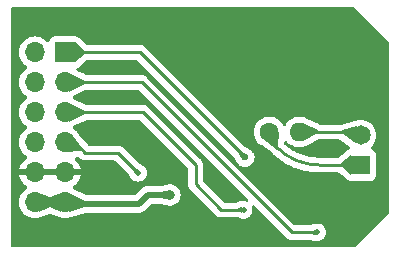
<source format=gbr>
%TF.GenerationSoftware,KiCad,Pcbnew,7.0.9*%
%TF.CreationDate,2024-01-17T02:10:24+09:00*%
%TF.ProjectId,Pmod_CAN,506d6f64-5f43-4414-9e2e-6b696361645f,rev?*%
%TF.SameCoordinates,Original*%
%TF.FileFunction,Copper,L2,Bot*%
%TF.FilePolarity,Positive*%
%FSLAX46Y46*%
G04 Gerber Fmt 4.6, Leading zero omitted, Abs format (unit mm)*
G04 Created by KiCad (PCBNEW 7.0.9) date 2024-01-17 02:10:24*
%MOMM*%
%LPD*%
G01*
G04 APERTURE LIST*
%TA.AperFunction,ComponentPad*%
%ADD10R,1.700000X1.700000*%
%TD*%
%TA.AperFunction,ComponentPad*%
%ADD11O,1.700000X1.700000*%
%TD*%
%TA.AperFunction,ComponentPad*%
%ADD12C,1.600000*%
%TD*%
%TA.AperFunction,ComponentPad*%
%ADD13O,1.600000X1.600000*%
%TD*%
%TA.AperFunction,ComponentPad*%
%ADD14R,1.650000X1.650000*%
%TD*%
%TA.AperFunction,ComponentPad*%
%ADD15C,1.650000*%
%TD*%
%TA.AperFunction,ViaPad*%
%ADD16C,0.500000*%
%TD*%
%TA.AperFunction,ViaPad*%
%ADD17C,0.800000*%
%TD*%
%TA.AperFunction,ViaPad*%
%ADD18C,0.600000*%
%TD*%
%TA.AperFunction,Conductor*%
%ADD19C,0.500000*%
%TD*%
%TA.AperFunction,Conductor*%
%ADD20C,0.250000*%
%TD*%
G04 APERTURE END LIST*
D10*
%TO.P,J2,1,Pin_1*%
%TO.N,Net-(IC1-S)*%
X139573000Y-91821000D03*
D11*
%TO.P,J2,2,Pin_2*%
%TO.N,Net-(IC1-RXD)*%
X139573000Y-94361000D03*
%TO.P,J2,3,Pin_3*%
%TO.N,Net-(IC1-TXD)*%
X139573000Y-96901000D03*
%TO.P,J2,4,Pin_4*%
%TO.N,Net-(J2-Pin_4)*%
X139573000Y-99441000D03*
%TO.P,J2,5,Pin_5*%
%TO.N,GND*%
X139573000Y-101981000D03*
%TO.P,J2,6,Pin_6*%
%TO.N,+3V3*%
X139573000Y-104521000D03*
%TO.P,J2,7,Pin_7*%
%TO.N,unconnected-(J2-Pin_7-Pad7)*%
X137033000Y-91821000D03*
%TO.P,J2,8,Pin_8*%
%TO.N,unconnected-(J2-Pin_8-Pad8)*%
X137033000Y-94361000D03*
%TO.P,J2,9,Pin_9*%
%TO.N,unconnected-(J2-Pin_9-Pad9)*%
X137033000Y-96901000D03*
%TO.P,J2,10,Pin_10*%
%TO.N,unconnected-(J2-Pin_10-Pad10)*%
X137033000Y-99441000D03*
%TO.P,J2,11,Pin_11*%
%TO.N,GND*%
X137033000Y-101981000D03*
%TO.P,J2,12,Pin_12*%
%TO.N,+3V3*%
X137033000Y-104521000D03*
%TD*%
D12*
%TO.P,R1,1*%
%TO.N,Net-(IC1-CANH)*%
X156864000Y-98552000D03*
D13*
%TO.P,R1,2*%
%TO.N,Net-(IC1-CANL)*%
X159404000Y-98552000D03*
%TD*%
D14*
%TO.P,J1,1,1*%
%TO.N,Net-(IC1-CANH)*%
X164592000Y-101346000D03*
D15*
%TO.P,J1,2,2*%
%TO.N,Net-(IC1-CANL)*%
X164592000Y-98846000D03*
%TD*%
D16*
%TO.N,GND*%
X164846000Y-91948000D03*
X148590000Y-101600000D03*
X152400000Y-102743000D03*
X160680400Y-100025200D03*
X161290000Y-91948000D03*
X154940000Y-91948000D03*
X144526000Y-89154000D03*
X162814000Y-107569000D03*
X148463000Y-91948000D03*
%TO.N,Net-(IC1-TXD)*%
X154686000Y-105156000D03*
%TO.N,Net-(IC1-RXD)*%
X160909000Y-107061000D03*
D17*
%TO.N,+3V3*%
X148463000Y-103886000D03*
D18*
%TO.N,Net-(IC1-S)*%
X154813000Y-100711000D03*
D16*
%TO.N,Net-(J2-Pin_4)*%
X145745200Y-102006400D03*
%TD*%
D19*
%TO.N,GND*%
X137033000Y-101981000D02*
X139573000Y-101981000D01*
D20*
%TO.N,Net-(IC1-TXD)*%
X150622000Y-102997000D02*
X150622000Y-101346000D01*
X150622000Y-101346000D02*
X146177000Y-96901000D01*
X154686000Y-105156000D02*
X152781000Y-105156000D01*
X152781000Y-105156000D02*
X150622000Y-102997000D01*
X146177000Y-96901000D02*
X139573000Y-96901000D01*
%TO.N,Net-(IC1-RXD)*%
X158750000Y-107061000D02*
X146050000Y-94361000D01*
X146050000Y-94361000D02*
X139573000Y-94361000D01*
X160909000Y-107061000D02*
X158750000Y-107061000D01*
D19*
%TO.N,+3V3*%
X148463000Y-103886000D02*
X146558000Y-103886000D01*
X137033000Y-104521000D02*
X139573000Y-104521000D01*
X145796000Y-104648000D02*
X139573000Y-104648000D01*
X146558000Y-103886000D02*
X145796000Y-104648000D01*
D20*
%TO.N,Net-(IC1-CANL)*%
X164298000Y-98552000D02*
X164592000Y-98846000D01*
X159404000Y-98552000D02*
X164298000Y-98552000D01*
%TO.N,Net-(IC1-CANH)*%
X161075068Y-101346000D02*
X164592000Y-101346000D01*
X156864000Y-99206000D02*
X157539534Y-99881534D01*
X156864000Y-98552000D02*
X156864000Y-99206000D01*
X157539550Y-99881518D02*
G75*
G03*
X161075068Y-101346000I3535550J3535518D01*
G01*
%TO.N,Net-(IC1-S)*%
X145923000Y-91821000D02*
X139573000Y-91821000D01*
X154813000Y-100711000D02*
X145923000Y-91821000D01*
%TO.N,Net-(J2-Pin_4)*%
X140385800Y-99441000D02*
X139573000Y-99441000D01*
X144068800Y-100330000D02*
X141274800Y-100330000D01*
X145745200Y-102006400D02*
X144068800Y-100330000D01*
X141274800Y-100330000D02*
X140385800Y-99441000D01*
%TD*%
%TA.AperFunction,Conductor*%
%TO.N,Net-(IC1-CANL)*%
G36*
X164275258Y-98087623D02*
G01*
X164280222Y-98093272D01*
X164589993Y-98838765D01*
X164590003Y-98847719D01*
X164587455Y-98851534D01*
X164015795Y-99422216D01*
X164007519Y-99425636D01*
X164000531Y-99423313D01*
X163005182Y-98680508D01*
X163000602Y-98672813D01*
X163000480Y-98671131D01*
X163000480Y-98435968D01*
X163003907Y-98427695D01*
X163009141Y-98424670D01*
X164266381Y-98086463D01*
X164275258Y-98087623D01*
G37*
%TD.AperFunction*%
%TD*%
%TA.AperFunction,Conductor*%
%TO.N,Net-(IC1-CANH)*%
G36*
X163774622Y-100528613D02*
G01*
X164584711Y-101337722D01*
X164588143Y-101345993D01*
X164584721Y-101354268D01*
X164584711Y-101354278D01*
X163774622Y-102163386D01*
X163766347Y-102166808D01*
X163758784Y-102164029D01*
X162946130Y-101474504D01*
X162942039Y-101466539D01*
X162942000Y-101465583D01*
X162942000Y-101226416D01*
X162945427Y-101218143D01*
X162946119Y-101217504D01*
X163758786Y-100527969D01*
X163767310Y-100525230D01*
X163774622Y-100528613D01*
G37*
%TD.AperFunction*%
%TD*%
%TA.AperFunction,Conductor*%
%TO.N,+3V3*%
G36*
X139246010Y-103740045D02*
G01*
X139252108Y-103746267D01*
X139572134Y-104516511D01*
X139572143Y-104525466D01*
X139572134Y-104525489D01*
X139252108Y-105295732D01*
X139245769Y-105302057D01*
X139237058Y-105302146D01*
X137880455Y-104773902D01*
X137873989Y-104767706D01*
X137873000Y-104762999D01*
X137873000Y-104279000D01*
X137876427Y-104270727D01*
X137880455Y-104268097D01*
X139237058Y-103739853D01*
X139246010Y-103740045D01*
G37*
%TD.AperFunction*%
%TD*%
%TA.AperFunction,Conductor*%
%TO.N,Net-(IC1-S)*%
G36*
X140431217Y-90978008D02*
G01*
X141268893Y-91692497D01*
X141272963Y-91700472D01*
X141273000Y-91701398D01*
X141273000Y-91940601D01*
X141269573Y-91948874D01*
X141268893Y-91949503D01*
X140431218Y-92663990D01*
X140422699Y-92666751D01*
X140415357Y-92663366D01*
X139700024Y-91948874D01*
X139580286Y-91829276D01*
X139576855Y-91821007D01*
X139580276Y-91812733D01*
X140415358Y-90978632D01*
X140423632Y-90975211D01*
X140431217Y-90978008D01*
G37*
%TD.AperFunction*%
%TD*%
%TA.AperFunction,Conductor*%
%TO.N,GND*%
G36*
X145806587Y-95006185D02*
G01*
X145827229Y-95022819D01*
X155039115Y-104234706D01*
X155072600Y-104296029D01*
X155067616Y-104365721D01*
X155025744Y-104421654D01*
X154960280Y-104446071D01*
X154910480Y-104439429D01*
X154854057Y-104419686D01*
X154686003Y-104400751D01*
X154685997Y-104400751D01*
X154517945Y-104419685D01*
X154517935Y-104419688D01*
X154482485Y-104432092D01*
X154455591Y-104438251D01*
X154452335Y-104438622D01*
X154176884Y-104510815D01*
X154138024Y-104521000D01*
X154117233Y-104526449D01*
X154085796Y-104530500D01*
X153091452Y-104530500D01*
X153024413Y-104510815D01*
X153003771Y-104494181D01*
X151283819Y-102774228D01*
X151250334Y-102712905D01*
X151247500Y-102686547D01*
X151247500Y-101428737D01*
X151249224Y-101413123D01*
X151248938Y-101413096D01*
X151249672Y-101405333D01*
X151247500Y-101336203D01*
X151247500Y-101306651D01*
X151247500Y-101306650D01*
X151246629Y-101299759D01*
X151246172Y-101293945D01*
X151244709Y-101247373D01*
X151239121Y-101228139D01*
X151235174Y-101209081D01*
X151232664Y-101189208D01*
X151220729Y-101159064D01*
X151215507Y-101145875D01*
X151213614Y-101140346D01*
X151200618Y-101095614D01*
X151200617Y-101095610D01*
X151190420Y-101078368D01*
X151181863Y-101060902D01*
X151174486Y-101042268D01*
X151147083Y-101004550D01*
X151143900Y-100999705D01*
X151120170Y-100959579D01*
X151120165Y-100959573D01*
X151106005Y-100945413D01*
X151093370Y-100930620D01*
X151081593Y-100914412D01*
X151045693Y-100884713D01*
X151041381Y-100880790D01*
X146677803Y-96517212D01*
X146667980Y-96504950D01*
X146667759Y-96505134D01*
X146662786Y-96499123D01*
X146612364Y-96451773D01*
X146597926Y-96437335D01*
X146591475Y-96430883D01*
X146585986Y-96426625D01*
X146581561Y-96422847D01*
X146547582Y-96390938D01*
X146547580Y-96390936D01*
X146547577Y-96390935D01*
X146530029Y-96381288D01*
X146513763Y-96370604D01*
X146497933Y-96358325D01*
X146455168Y-96339818D01*
X146449922Y-96337248D01*
X146409093Y-96314803D01*
X146409092Y-96314802D01*
X146389693Y-96309822D01*
X146371281Y-96303518D01*
X146352898Y-96295562D01*
X146352892Y-96295560D01*
X146306874Y-96288272D01*
X146301152Y-96287087D01*
X146256021Y-96275500D01*
X146256019Y-96275500D01*
X146235984Y-96275500D01*
X146216586Y-96273973D01*
X146209162Y-96272797D01*
X146196805Y-96270840D01*
X146196804Y-96270840D01*
X146150416Y-96275225D01*
X146144578Y-96275500D01*
X141426749Y-96275500D01*
X141373062Y-96263275D01*
X140289398Y-95742774D01*
X140237490Y-95696005D01*
X140219108Y-95628596D01*
X140240088Y-95561951D01*
X140289397Y-95519224D01*
X141289565Y-95038830D01*
X141373062Y-94998725D01*
X141426749Y-94986500D01*
X145739548Y-94986500D01*
X145806587Y-95006185D01*
G37*
%TD.AperFunction*%
%TA.AperFunction,Conductor*%
G36*
X139113507Y-101771156D02*
G01*
X139073000Y-101909111D01*
X139073000Y-102052889D01*
X139113507Y-102190844D01*
X139139314Y-102231000D01*
X137466686Y-102231000D01*
X137492493Y-102190844D01*
X137533000Y-102052889D01*
X137533000Y-101909111D01*
X137492493Y-101771156D01*
X137466686Y-101731000D01*
X139139314Y-101731000D01*
X139113507Y-101771156D01*
G37*
%TD.AperFunction*%
%TA.AperFunction,Conductor*%
G36*
X162851822Y-99197185D02*
G01*
X162858939Y-99202118D01*
X163667577Y-99805585D01*
X163680315Y-99815091D01*
X163722269Y-99870962D01*
X163727357Y-99940646D01*
X163693963Y-100002019D01*
X163649482Y-100030651D01*
X163619344Y-100041891D01*
X163613984Y-100043541D01*
X163604136Y-100046706D01*
X163604135Y-100046706D01*
X163553566Y-100065999D01*
X163553102Y-100066231D01*
X163547115Y-100068831D01*
X163524671Y-100077203D01*
X163524666Y-100077206D01*
X163469042Y-100118844D01*
X163464864Y-100121713D01*
X163431741Y-100142518D01*
X163431734Y-100142523D01*
X163033873Y-100480103D01*
X162798460Y-100679848D01*
X162785256Y-100691051D01*
X162721403Y-100719414D01*
X162705031Y-100720500D01*
X161075072Y-100720500D01*
X160696513Y-100703969D01*
X160691123Y-100703497D01*
X160318139Y-100654391D01*
X160312810Y-100653451D01*
X159945514Y-100572021D01*
X159940287Y-100570620D01*
X159581490Y-100457490D01*
X159576405Y-100455639D01*
X159228834Y-100311668D01*
X159223930Y-100309381D01*
X159005747Y-100195801D01*
X158890224Y-100135663D01*
X158885554Y-100132967D01*
X158674174Y-99998301D01*
X158568252Y-99930820D01*
X158563820Y-99927717D01*
X158556518Y-99922114D01*
X158369671Y-99778739D01*
X158265357Y-99698695D01*
X158261220Y-99695225D01*
X158180807Y-99621539D01*
X158144679Y-99561735D01*
X158140635Y-99526417D01*
X158143185Y-99440999D01*
X158144123Y-99409560D01*
X158165799Y-99343141D01*
X158219945Y-99298982D01*
X158289369Y-99291106D01*
X158352031Y-99322015D01*
X158369643Y-99342139D01*
X158403956Y-99391143D01*
X158564858Y-99552045D01*
X158564861Y-99552047D01*
X158751266Y-99682568D01*
X158957504Y-99778739D01*
X158957509Y-99778740D01*
X158957511Y-99778741D01*
X158989555Y-99787327D01*
X159177308Y-99837635D01*
X159339230Y-99851801D01*
X159403998Y-99857468D01*
X159404000Y-99857468D01*
X159404002Y-99857468D01*
X159460673Y-99852509D01*
X159630692Y-99837635D01*
X159850496Y-99778739D01*
X159904986Y-99753328D01*
X159912841Y-99750297D01*
X159938002Y-99742505D01*
X159938009Y-99742501D01*
X159938016Y-99742499D01*
X161103172Y-99189478D01*
X161156341Y-99177500D01*
X162784783Y-99177500D01*
X162851822Y-99197185D01*
G37*
%TD.AperFunction*%
%TA.AperFunction,Conductor*%
G36*
X164099677Y-88030685D02*
G01*
X164120319Y-88047319D01*
X166968681Y-90895681D01*
X167002166Y-90957004D01*
X167005000Y-90983362D01*
X167005000Y-105358638D01*
X166985315Y-105425677D01*
X166968681Y-105446319D01*
X164120319Y-108294681D01*
X164058996Y-108328166D01*
X164032638Y-108331000D01*
X135125000Y-108331000D01*
X135057961Y-108311315D01*
X135012206Y-108258511D01*
X135001000Y-108207000D01*
X135001000Y-104521000D01*
X135677341Y-104521000D01*
X135697936Y-104756403D01*
X135697938Y-104756413D01*
X135759094Y-104984655D01*
X135759096Y-104984659D01*
X135759097Y-104984663D01*
X135760626Y-104987941D01*
X135858965Y-105198830D01*
X135858967Y-105198834D01*
X135916525Y-105281034D01*
X135994505Y-105392401D01*
X136161599Y-105559495D01*
X136226910Y-105605226D01*
X136355165Y-105695032D01*
X136355167Y-105695033D01*
X136355170Y-105695035D01*
X136569337Y-105794903D01*
X136797592Y-105856063D01*
X136985918Y-105872539D01*
X137032999Y-105876659D01*
X137033000Y-105876659D01*
X137033001Y-105876659D01*
X137072234Y-105873226D01*
X137268408Y-105856063D01*
X137496663Y-105794903D01*
X137522399Y-105782901D01*
X137546710Y-105774508D01*
X137552361Y-105773195D01*
X138258008Y-105498424D01*
X138327619Y-105492443D01*
X138347981Y-105498421D01*
X139053637Y-105773195D01*
X139066300Y-105777438D01*
X139082814Y-105782972D01*
X139089325Y-105785571D01*
X139092540Y-105787070D01*
X139109337Y-105794903D01*
X139337592Y-105856063D01*
X139525918Y-105872539D01*
X139572999Y-105876659D01*
X139573000Y-105876659D01*
X139573001Y-105876659D01*
X139612234Y-105873226D01*
X139808408Y-105856063D01*
X140036663Y-105794903D01*
X140041089Y-105792838D01*
X140042953Y-105791970D01*
X140059449Y-105785665D01*
X141321495Y-105403814D01*
X141357405Y-105398500D01*
X145732295Y-105398500D01*
X145750265Y-105399809D01*
X145774023Y-105403289D01*
X145826068Y-105398735D01*
X145831470Y-105398500D01*
X145839704Y-105398500D01*
X145839709Y-105398500D01*
X145851327Y-105397141D01*
X145872276Y-105394693D01*
X145885028Y-105393577D01*
X145948797Y-105387999D01*
X145948805Y-105387996D01*
X145955866Y-105386539D01*
X145955878Y-105386598D01*
X145963243Y-105384965D01*
X145963229Y-105384906D01*
X145970246Y-105383241D01*
X145970255Y-105383241D01*
X146042423Y-105356974D01*
X146115334Y-105332814D01*
X146115343Y-105332807D01*
X146121882Y-105329760D01*
X146121908Y-105329816D01*
X146128690Y-105326532D01*
X146128663Y-105326478D01*
X146135106Y-105323240D01*
X146135117Y-105323237D01*
X146199283Y-105281034D01*
X146264656Y-105240712D01*
X146264662Y-105240705D01*
X146270325Y-105236229D01*
X146270363Y-105236277D01*
X146276200Y-105231522D01*
X146276161Y-105231475D01*
X146281696Y-105226830D01*
X146334385Y-105170982D01*
X146832549Y-104672819D01*
X146893872Y-104639334D01*
X146920230Y-104636500D01*
X147577830Y-104636500D01*
X147600682Y-104638624D01*
X148179450Y-104747142D01*
X148211178Y-104753091D01*
X148368354Y-104786500D01*
X148396950Y-104786500D01*
X148402758Y-104786773D01*
X148403972Y-104786887D01*
X148403983Y-104786888D01*
X148403994Y-104786887D01*
X148403996Y-104786888D01*
X148475384Y-104786500D01*
X148557644Y-104786500D01*
X148557646Y-104786500D01*
X148742803Y-104747144D01*
X148915730Y-104670151D01*
X149068871Y-104558888D01*
X149195533Y-104418216D01*
X149290179Y-104254284D01*
X149348674Y-104074256D01*
X149368460Y-103886000D01*
X149348674Y-103697744D01*
X149290179Y-103517716D01*
X149195533Y-103353784D01*
X149068871Y-103213112D01*
X149068870Y-103213111D01*
X148915734Y-103101851D01*
X148915729Y-103101848D01*
X148742807Y-103024857D01*
X148742802Y-103024855D01*
X148597001Y-102993865D01*
X148557646Y-102985500D01*
X148368354Y-102985500D01*
X148242650Y-103012218D01*
X148211224Y-103018898D01*
X147600676Y-103133376D01*
X147577824Y-103135500D01*
X146621705Y-103135500D01*
X146603735Y-103134191D01*
X146579972Y-103130710D01*
X146534533Y-103134686D01*
X146527931Y-103135264D01*
X146522530Y-103135500D01*
X146514289Y-103135500D01*
X146492579Y-103138037D01*
X146481724Y-103139306D01*
X146466419Y-103140645D01*
X146405199Y-103146001D01*
X146398132Y-103147460D01*
X146398120Y-103147404D01*
X146390763Y-103149035D01*
X146390777Y-103149092D01*
X146383743Y-103150759D01*
X146311575Y-103177025D01*
X146238675Y-103201181D01*
X146232126Y-103204236D01*
X146232101Y-103204183D01*
X146225308Y-103207471D01*
X146225334Y-103207523D01*
X146218880Y-103210764D01*
X146154708Y-103252971D01*
X146089347Y-103293285D01*
X146083683Y-103297765D01*
X146083647Y-103297719D01*
X146077798Y-103302484D01*
X146077835Y-103302528D01*
X146072310Y-103307164D01*
X146072304Y-103307169D01*
X146072304Y-103307170D01*
X146028325Y-103353784D01*
X146019598Y-103363034D01*
X145521451Y-103861181D01*
X145460128Y-103894666D01*
X145433770Y-103897500D01*
X141404076Y-103897500D01*
X141349443Y-103884816D01*
X140278733Y-103359323D01*
X140227224Y-103312115D01*
X140209414Y-103244554D01*
X140230958Y-103178088D01*
X140262242Y-103146432D01*
X140444082Y-103019105D01*
X140611105Y-102852082D01*
X140746600Y-102658578D01*
X140846429Y-102444492D01*
X140846432Y-102444486D01*
X140903636Y-102231000D01*
X140006686Y-102231000D01*
X140032493Y-102190844D01*
X140073000Y-102052889D01*
X140073000Y-101909111D01*
X140032493Y-101771156D01*
X140006686Y-101731000D01*
X140903636Y-101731000D01*
X140903635Y-101730999D01*
X140846432Y-101517513D01*
X140846429Y-101517507D01*
X140746600Y-101303422D01*
X140746599Y-101303420D01*
X140611113Y-101109926D01*
X140611108Y-101109920D01*
X140444079Y-100942891D01*
X140434110Y-100935911D01*
X140390484Y-100881336D01*
X140383289Y-100811837D01*
X140414810Y-100749482D01*
X140475039Y-100714067D01*
X140493439Y-100710897D01*
X140685853Y-100692522D01*
X140754460Y-100705744D01*
X140782020Y-100727926D01*
X140783326Y-100726537D01*
X140807761Y-100749482D01*
X140839435Y-100779226D01*
X140860329Y-100800120D01*
X140865811Y-100804373D01*
X140870243Y-100808157D01*
X140904218Y-100840062D01*
X140921776Y-100849714D01*
X140938033Y-100860393D01*
X140953864Y-100872673D01*
X140972598Y-100880780D01*
X140996633Y-100891182D01*
X141001877Y-100893750D01*
X141042708Y-100916197D01*
X141055323Y-100919435D01*
X141062105Y-100921177D01*
X141080519Y-100927481D01*
X141098904Y-100935438D01*
X141144957Y-100942732D01*
X141150626Y-100943906D01*
X141195781Y-100955500D01*
X141215816Y-100955500D01*
X141235213Y-100957026D01*
X141254996Y-100960160D01*
X141301384Y-100955775D01*
X141307222Y-100955500D01*
X143758348Y-100955500D01*
X143825387Y-100975185D01*
X143846029Y-100991819D01*
X144878496Y-102024286D01*
X144897861Y-102049380D01*
X145072713Y-102348438D01*
X145082448Y-102364403D01*
X145085387Y-102368449D01*
X145085326Y-102368492D01*
X145092356Y-102378036D01*
X145154722Y-102477288D01*
X145154725Y-102477292D01*
X145274309Y-102596876D01*
X145274315Y-102596881D01*
X145417502Y-102686852D01*
X145417505Y-102686854D01*
X145417509Y-102686855D01*
X145417510Y-102686856D01*
X145490113Y-102712260D01*
X145577143Y-102742714D01*
X145745197Y-102761649D01*
X145745200Y-102761649D01*
X145745203Y-102761649D01*
X145913256Y-102742714D01*
X145926988Y-102737909D01*
X146072890Y-102686856D01*
X146072892Y-102686854D01*
X146072894Y-102686854D01*
X146072897Y-102686852D01*
X146216084Y-102596881D01*
X146216085Y-102596880D01*
X146216090Y-102596877D01*
X146335677Y-102477290D01*
X146342972Y-102465680D01*
X146425652Y-102334097D01*
X146425654Y-102334094D01*
X146425654Y-102334092D01*
X146425656Y-102334090D01*
X146481513Y-102174459D01*
X146481513Y-102174458D01*
X146481514Y-102174456D01*
X146500449Y-102006402D01*
X146500449Y-102006397D01*
X146481514Y-101838343D01*
X146425654Y-101678705D01*
X146425652Y-101678702D01*
X146335681Y-101535515D01*
X146335676Y-101535509D01*
X146216088Y-101415921D01*
X146096415Y-101340725D01*
X146090808Y-101336753D01*
X146087239Y-101333914D01*
X146087237Y-101333913D01*
X146022445Y-101296031D01*
X145788182Y-101159063D01*
X145763089Y-101139699D01*
X144569603Y-99946212D01*
X144559780Y-99933950D01*
X144559559Y-99934134D01*
X144554586Y-99928123D01*
X144529605Y-99904664D01*
X144504164Y-99880773D01*
X144488661Y-99865270D01*
X144483275Y-99859883D01*
X144477786Y-99855625D01*
X144473361Y-99851847D01*
X144439382Y-99819938D01*
X144439380Y-99819936D01*
X144439377Y-99819935D01*
X144421829Y-99810288D01*
X144405563Y-99799604D01*
X144389733Y-99787325D01*
X144346968Y-99768818D01*
X144341722Y-99766248D01*
X144300893Y-99743803D01*
X144300892Y-99743802D01*
X144281493Y-99738822D01*
X144263081Y-99732518D01*
X144244698Y-99724562D01*
X144244692Y-99724560D01*
X144198674Y-99717272D01*
X144192952Y-99716087D01*
X144147821Y-99704500D01*
X144147819Y-99704500D01*
X144127784Y-99704500D01*
X144108386Y-99702973D01*
X144097614Y-99701267D01*
X144088605Y-99699840D01*
X144088604Y-99699840D01*
X144042216Y-99704225D01*
X144036378Y-99704500D01*
X141588940Y-99704500D01*
X141521901Y-99684815D01*
X141492790Y-99658801D01*
X140776062Y-98778692D01*
X140647940Y-98621363D01*
X140645229Y-98617775D01*
X140611494Y-98569597D01*
X140582979Y-98541083D01*
X140578744Y-98536392D01*
X140570167Y-98525861D01*
X140561885Y-98516198D01*
X140556841Y-98510603D01*
X140556843Y-98510606D01*
X140556839Y-98510602D01*
X140499091Y-98455904D01*
X140499089Y-98455903D01*
X140497210Y-98454482D01*
X140490762Y-98448866D01*
X140444402Y-98402506D01*
X140444401Y-98402505D01*
X140264179Y-98276312D01*
X140220555Y-98221735D01*
X140213362Y-98152236D01*
X140244884Y-98089882D01*
X140281616Y-98062962D01*
X140431991Y-97990735D01*
X141254483Y-97595680D01*
X141373062Y-97538725D01*
X141426749Y-97526500D01*
X145866548Y-97526500D01*
X145933587Y-97546185D01*
X145954229Y-97562819D01*
X149960181Y-101568771D01*
X149993666Y-101630094D01*
X149996500Y-101656452D01*
X149996500Y-102914255D01*
X149994775Y-102929872D01*
X149995061Y-102929899D01*
X149994326Y-102937665D01*
X149996500Y-103006814D01*
X149996500Y-103036343D01*
X149996501Y-103036360D01*
X149997368Y-103043231D01*
X149997826Y-103049050D01*
X149999290Y-103095624D01*
X149999291Y-103095627D01*
X150004880Y-103114867D01*
X150008824Y-103133911D01*
X150011336Y-103153792D01*
X150020955Y-103178088D01*
X150028490Y-103197119D01*
X150030382Y-103202647D01*
X150043296Y-103247097D01*
X150043382Y-103247390D01*
X150046682Y-103252971D01*
X150053580Y-103264634D01*
X150062136Y-103282100D01*
X150068321Y-103297719D01*
X150069514Y-103300732D01*
X150096898Y-103338423D01*
X150100106Y-103343307D01*
X150123827Y-103383416D01*
X150123833Y-103383424D01*
X150137990Y-103397580D01*
X150150628Y-103412376D01*
X150162405Y-103428586D01*
X150162406Y-103428587D01*
X150198309Y-103458288D01*
X150202620Y-103462210D01*
X151896406Y-105155997D01*
X152280197Y-105539788D01*
X152290022Y-105552051D01*
X152290243Y-105551869D01*
X152295214Y-105557878D01*
X152321217Y-105582295D01*
X152345635Y-105605226D01*
X152366529Y-105626120D01*
X152372011Y-105630373D01*
X152376443Y-105634157D01*
X152410418Y-105666062D01*
X152427976Y-105675714D01*
X152444235Y-105686395D01*
X152460064Y-105698673D01*
X152502838Y-105717182D01*
X152508056Y-105719738D01*
X152548908Y-105742197D01*
X152568316Y-105747180D01*
X152586717Y-105753480D01*
X152605104Y-105761437D01*
X152648488Y-105768308D01*
X152651119Y-105768725D01*
X152656839Y-105769909D01*
X152701981Y-105781500D01*
X152722016Y-105781500D01*
X152741414Y-105783026D01*
X152761194Y-105786159D01*
X152761195Y-105786160D01*
X152761195Y-105786159D01*
X152761196Y-105786160D01*
X152807584Y-105781775D01*
X152813422Y-105781500D01*
X154085799Y-105781500D01*
X154117235Y-105785550D01*
X154152926Y-105794905D01*
X154452336Y-105873377D01*
X154475416Y-105878970D01*
X154475399Y-105879037D01*
X154491841Y-105883181D01*
X154517939Y-105892313D01*
X154685997Y-105911249D01*
X154686000Y-105911249D01*
X154686003Y-105911249D01*
X154854056Y-105892314D01*
X154854059Y-105892313D01*
X155013690Y-105836456D01*
X155013692Y-105836454D01*
X155013694Y-105836454D01*
X155013697Y-105836452D01*
X155156884Y-105746481D01*
X155156885Y-105746480D01*
X155156890Y-105746477D01*
X155276477Y-105626890D01*
X155276964Y-105626115D01*
X155366452Y-105483697D01*
X155366454Y-105483694D01*
X155366454Y-105483692D01*
X155366456Y-105483690D01*
X155422313Y-105324059D01*
X155422313Y-105324058D01*
X155422314Y-105324056D01*
X155441249Y-105156002D01*
X155441249Y-105155997D01*
X155422313Y-104987940D01*
X155422313Y-104987939D01*
X155402571Y-104931520D01*
X155399008Y-104861742D01*
X155433737Y-104801114D01*
X155495730Y-104768886D01*
X155565306Y-104775291D01*
X155607293Y-104802884D01*
X158249197Y-107444788D01*
X158259022Y-107457051D01*
X158259243Y-107456869D01*
X158264214Y-107462878D01*
X158290217Y-107487295D01*
X158314635Y-107510226D01*
X158335529Y-107531120D01*
X158341011Y-107535373D01*
X158345443Y-107539157D01*
X158379418Y-107571062D01*
X158396976Y-107580714D01*
X158413235Y-107591395D01*
X158429064Y-107603673D01*
X158471838Y-107622182D01*
X158477056Y-107624738D01*
X158517908Y-107647197D01*
X158537316Y-107652180D01*
X158555717Y-107658480D01*
X158574104Y-107666437D01*
X158617488Y-107673308D01*
X158620119Y-107673725D01*
X158625839Y-107674909D01*
X158670981Y-107686500D01*
X158691016Y-107686500D01*
X158710414Y-107688026D01*
X158730194Y-107691159D01*
X158730195Y-107691160D01*
X158730195Y-107691159D01*
X158730196Y-107691160D01*
X158776584Y-107686775D01*
X158782422Y-107686500D01*
X160308799Y-107686500D01*
X160340235Y-107690550D01*
X160384929Y-107702264D01*
X160675336Y-107778377D01*
X160698416Y-107783970D01*
X160698399Y-107784037D01*
X160714841Y-107788181D01*
X160740939Y-107797313D01*
X160908997Y-107816249D01*
X160909000Y-107816249D01*
X160909003Y-107816249D01*
X161077056Y-107797314D01*
X161077059Y-107797313D01*
X161236690Y-107741456D01*
X161236692Y-107741454D01*
X161236694Y-107741454D01*
X161236697Y-107741452D01*
X161379884Y-107651481D01*
X161379885Y-107651480D01*
X161379890Y-107651477D01*
X161499477Y-107531890D01*
X161499964Y-107531115D01*
X161589452Y-107388697D01*
X161589454Y-107388694D01*
X161589454Y-107388692D01*
X161589456Y-107388690D01*
X161645313Y-107229059D01*
X161645313Y-107229058D01*
X161645314Y-107229056D01*
X161664249Y-107061002D01*
X161664249Y-107060997D01*
X161645314Y-106892943D01*
X161589454Y-106733305D01*
X161589452Y-106733302D01*
X161499481Y-106590115D01*
X161499476Y-106590109D01*
X161379890Y-106470523D01*
X161379884Y-106470518D01*
X161236697Y-106380547D01*
X161236694Y-106380545D01*
X161077056Y-106324685D01*
X160909003Y-106305751D01*
X160908997Y-106305751D01*
X160740945Y-106324685D01*
X160740935Y-106324688D01*
X160705485Y-106337092D01*
X160678591Y-106343251D01*
X160675335Y-106343622D01*
X160340233Y-106431449D01*
X160308796Y-106435500D01*
X159060453Y-106435500D01*
X158993414Y-106415815D01*
X158972772Y-106399181D01*
X146550803Y-93977212D01*
X146540980Y-93964950D01*
X146540759Y-93965134D01*
X146535786Y-93959123D01*
X146485364Y-93911773D01*
X146470926Y-93897335D01*
X146464475Y-93890883D01*
X146458986Y-93886625D01*
X146454561Y-93882847D01*
X146420582Y-93850938D01*
X146420580Y-93850936D01*
X146420577Y-93850935D01*
X146403029Y-93841288D01*
X146386763Y-93830604D01*
X146370933Y-93818325D01*
X146328168Y-93799818D01*
X146322922Y-93797248D01*
X146282093Y-93774803D01*
X146282092Y-93774802D01*
X146262693Y-93769822D01*
X146244281Y-93763518D01*
X146225898Y-93755562D01*
X146225892Y-93755560D01*
X146179874Y-93748272D01*
X146174152Y-93747087D01*
X146129021Y-93735500D01*
X146129019Y-93735500D01*
X146108984Y-93735500D01*
X146089586Y-93733973D01*
X146082162Y-93732797D01*
X146069805Y-93730840D01*
X146069804Y-93730840D01*
X146023416Y-93735225D01*
X146017578Y-93735500D01*
X141426749Y-93735500D01*
X141373062Y-93723275D01*
X141272884Y-93675158D01*
X140613778Y-93358579D01*
X140561871Y-93311811D01*
X140543489Y-93244402D01*
X140564469Y-93177757D01*
X140618150Y-93133034D01*
X140622963Y-93131066D01*
X140637618Y-93125433D01*
X140637619Y-93125431D01*
X140638470Y-93125105D01*
X140643083Y-93123093D01*
X140665331Y-93114796D01*
X140722141Y-93072266D01*
X140726148Y-93069507D01*
X140759260Y-93048592D01*
X141403805Y-92498834D01*
X141430392Y-92476157D01*
X141494172Y-92447628D01*
X141510861Y-92446500D01*
X145612548Y-92446500D01*
X145679587Y-92466185D01*
X145700229Y-92482819D01*
X153867002Y-100649592D01*
X153889222Y-100679848D01*
X154081177Y-101047214D01*
X154084572Y-101055042D01*
X154087210Y-101060520D01*
X154087211Y-101060522D01*
X154183184Y-101213262D01*
X154310738Y-101340816D01*
X154320338Y-101346848D01*
X154413414Y-101405332D01*
X154463478Y-101436789D01*
X154526062Y-101458688D01*
X154633745Y-101496368D01*
X154633750Y-101496369D01*
X154812996Y-101516565D01*
X154813000Y-101516565D01*
X154813004Y-101516565D01*
X154992249Y-101496369D01*
X154992252Y-101496368D01*
X154992255Y-101496368D01*
X155162522Y-101436789D01*
X155315262Y-101340816D01*
X155442816Y-101213262D01*
X155538789Y-101060522D01*
X155598368Y-100890255D01*
X155598369Y-100890249D01*
X155618565Y-100711003D01*
X155618565Y-100710996D01*
X155598369Y-100531750D01*
X155598368Y-100531745D01*
X155572385Y-100457490D01*
X155538789Y-100361478D01*
X155507952Y-100312402D01*
X155442815Y-100208737D01*
X155315262Y-100081184D01*
X155255471Y-100043615D01*
X155162522Y-99985211D01*
X155162517Y-99985209D01*
X155157024Y-99982564D01*
X155149213Y-99979177D01*
X154781849Y-99787223D01*
X154751593Y-99765003D01*
X153538591Y-98552001D01*
X155558532Y-98552001D01*
X155578364Y-98778686D01*
X155578366Y-98778697D01*
X155637258Y-98998488D01*
X155637261Y-98998497D01*
X155733431Y-99204732D01*
X155733432Y-99204734D01*
X155863954Y-99391141D01*
X156024858Y-99552045D01*
X156211251Y-99682558D01*
X156211255Y-99682560D01*
X156211266Y-99682568D01*
X156211278Y-99682573D01*
X156211657Y-99682792D01*
X156217535Y-99686642D01*
X156802016Y-100118844D01*
X157141069Y-100369561D01*
X157155024Y-100381582D01*
X157253541Y-100480101D01*
X157589679Y-100767192D01*
X157751431Y-100884713D01*
X157947309Y-101027028D01*
X158082585Y-101109926D01*
X158324215Y-101257999D01*
X158324219Y-101258001D01*
X158718084Y-101458688D01*
X158983845Y-101568771D01*
X159126487Y-101627856D01*
X159546903Y-101764460D01*
X159976740Y-101867658D01*
X159976739Y-101867658D01*
X160139266Y-101893400D01*
X160413349Y-101936812D01*
X160413352Y-101936812D01*
X160413357Y-101936813D01*
X160854035Y-101971498D01*
X160854038Y-101971498D01*
X160986052Y-101971498D01*
X160986060Y-101971500D01*
X160996049Y-101971500D01*
X161075064Y-101971500D01*
X161151013Y-101971500D01*
X162705033Y-101971500D01*
X162772072Y-101991185D01*
X162785255Y-102000947D01*
X163056389Y-102231000D01*
X163431738Y-102549478D01*
X163457815Y-102570167D01*
X163457817Y-102570168D01*
X163457822Y-102570172D01*
X163475694Y-102579818D01*
X163491098Y-102589665D01*
X163524669Y-102614796D01*
X163524670Y-102614796D01*
X163524671Y-102614797D01*
X163524674Y-102614798D01*
X163571886Y-102632407D01*
X163579672Y-102635939D01*
X163584437Y-102638511D01*
X163588376Y-102639958D01*
X163591990Y-102641287D01*
X163591988Y-102641286D01*
X163591992Y-102641287D01*
X163592000Y-102641290D01*
X163602960Y-102644271D01*
X163608326Y-102645998D01*
X163642055Y-102658578D01*
X163659514Y-102665090D01*
X163659516Y-102665091D01*
X163666444Y-102665835D01*
X163719127Y-102671500D01*
X165464872Y-102671499D01*
X165524483Y-102665091D01*
X165659331Y-102614796D01*
X165774546Y-102528546D01*
X165860796Y-102413331D01*
X165911091Y-102278483D01*
X165917500Y-102218873D01*
X165917499Y-100473128D01*
X165911091Y-100413517D01*
X165899180Y-100381583D01*
X165860797Y-100278671D01*
X165860793Y-100278664D01*
X165774547Y-100163455D01*
X165774544Y-100163452D01*
X165659335Y-100077206D01*
X165659330Y-100077203D01*
X165531298Y-100029450D01*
X165475365Y-99987578D01*
X165450948Y-99922114D01*
X165465800Y-99853841D01*
X165486945Y-99825593D01*
X165611270Y-99701269D01*
X165744301Y-99511282D01*
X165842320Y-99301079D01*
X165902349Y-99077050D01*
X165922563Y-98846000D01*
X165919061Y-98805977D01*
X165902349Y-98614955D01*
X165902349Y-98614950D01*
X165842320Y-98390921D01*
X165744301Y-98180719D01*
X165744299Y-98180716D01*
X165744298Y-98180714D01*
X165611273Y-97990735D01*
X165611268Y-97990729D01*
X165447269Y-97826730D01*
X165369681Y-97772402D01*
X165257282Y-97693699D01*
X165047079Y-97595680D01*
X165047076Y-97595679D01*
X165047074Y-97595678D01*
X164823051Y-97535651D01*
X164823044Y-97535650D01*
X164592002Y-97515437D01*
X164591998Y-97515437D01*
X164360955Y-97535650D01*
X164360948Y-97535651D01*
X164136917Y-97595680D01*
X164136909Y-97595683D01*
X164135839Y-97596183D01*
X164115668Y-97603534D01*
X162930914Y-97922243D01*
X162898702Y-97926500D01*
X161156343Y-97926500D01*
X161103174Y-97914522D01*
X159932175Y-97358728D01*
X159925781Y-97355891D01*
X159925783Y-97355892D01*
X159925778Y-97355890D01*
X159918962Y-97353384D01*
X159882890Y-97340124D01*
X159878078Y-97338122D01*
X159850498Y-97325262D01*
X159850488Y-97325258D01*
X159630697Y-97266366D01*
X159630693Y-97266365D01*
X159630692Y-97266365D01*
X159630691Y-97266364D01*
X159630686Y-97266364D01*
X159404002Y-97246532D01*
X159403998Y-97246532D01*
X159177313Y-97266364D01*
X159177302Y-97266366D01*
X158957511Y-97325258D01*
X158957502Y-97325261D01*
X158751267Y-97421431D01*
X158751265Y-97421432D01*
X158564858Y-97551954D01*
X158403954Y-97712858D01*
X158273432Y-97899265D01*
X158273431Y-97899267D01*
X158246382Y-97957275D01*
X158200209Y-98009714D01*
X158133016Y-98028866D01*
X158066135Y-98008650D01*
X158021618Y-97957275D01*
X157994568Y-97899266D01*
X157864047Y-97712861D01*
X157864045Y-97712858D01*
X157703141Y-97551954D01*
X157516734Y-97421432D01*
X157516732Y-97421431D01*
X157310497Y-97325261D01*
X157310488Y-97325258D01*
X157090697Y-97266366D01*
X157090693Y-97266365D01*
X157090692Y-97266365D01*
X157090691Y-97266364D01*
X157090686Y-97266364D01*
X156864002Y-97246532D01*
X156863998Y-97246532D01*
X156637313Y-97266364D01*
X156637302Y-97266366D01*
X156417511Y-97325258D01*
X156417502Y-97325261D01*
X156211267Y-97421431D01*
X156211265Y-97421432D01*
X156024858Y-97551954D01*
X155863954Y-97712858D01*
X155733432Y-97899265D01*
X155733431Y-97899267D01*
X155637261Y-98105502D01*
X155637258Y-98105511D01*
X155578366Y-98325302D01*
X155578364Y-98325313D01*
X155558532Y-98551998D01*
X155558532Y-98552001D01*
X153538591Y-98552001D01*
X146423803Y-91437212D01*
X146413980Y-91424950D01*
X146413759Y-91425134D01*
X146408786Y-91419123D01*
X146358364Y-91371773D01*
X146343926Y-91357335D01*
X146337475Y-91350883D01*
X146331986Y-91346625D01*
X146327561Y-91342847D01*
X146293582Y-91310938D01*
X146293580Y-91310936D01*
X146293577Y-91310935D01*
X146276029Y-91301288D01*
X146259763Y-91290604D01*
X146243933Y-91278325D01*
X146201168Y-91259818D01*
X146195922Y-91257248D01*
X146155093Y-91234803D01*
X146155092Y-91234802D01*
X146135693Y-91229822D01*
X146117281Y-91223518D01*
X146098898Y-91215562D01*
X146098892Y-91215560D01*
X146052874Y-91208272D01*
X146047152Y-91207087D01*
X146002021Y-91195500D01*
X146002019Y-91195500D01*
X145981984Y-91195500D01*
X145962586Y-91193973D01*
X145955162Y-91192797D01*
X145942805Y-91190840D01*
X145942804Y-91190840D01*
X145896416Y-91195225D01*
X145890578Y-91195500D01*
X141510860Y-91195500D01*
X141443821Y-91175815D01*
X141430391Y-91165843D01*
X140759260Y-90593407D01*
X140732647Y-90572213D01*
X140732648Y-90572213D01*
X140732646Y-90572212D01*
X140727855Y-90569619D01*
X140714681Y-90562488D01*
X140699396Y-90552705D01*
X140665331Y-90527204D01*
X140665328Y-90527202D01*
X140618418Y-90509706D01*
X140610561Y-90506136D01*
X140606110Y-90503727D01*
X140598523Y-90500929D01*
X140598521Y-90500929D01*
X140587709Y-90497980D01*
X140582351Y-90496254D01*
X140530487Y-90476910D01*
X140530480Y-90476908D01*
X140470883Y-90470501D01*
X140470881Y-90470500D01*
X140470873Y-90470500D01*
X140470864Y-90470500D01*
X138675129Y-90470500D01*
X138675123Y-90470501D01*
X138615516Y-90476908D01*
X138480671Y-90527202D01*
X138480664Y-90527206D01*
X138365455Y-90613452D01*
X138365452Y-90613455D01*
X138279206Y-90728664D01*
X138279203Y-90728669D01*
X138230189Y-90860083D01*
X138188317Y-90916016D01*
X138122853Y-90940433D01*
X138054580Y-90925581D01*
X138026326Y-90904430D01*
X137904402Y-90782506D01*
X137904395Y-90782501D01*
X137710834Y-90646967D01*
X137710830Y-90646965D01*
X137710828Y-90646964D01*
X137496663Y-90547097D01*
X137496659Y-90547096D01*
X137496655Y-90547094D01*
X137268413Y-90485938D01*
X137268403Y-90485936D01*
X137033001Y-90465341D01*
X137032999Y-90465341D01*
X136797596Y-90485936D01*
X136797586Y-90485938D01*
X136569344Y-90547094D01*
X136569335Y-90547098D01*
X136355171Y-90646964D01*
X136355169Y-90646965D01*
X136161597Y-90782505D01*
X135994505Y-90949597D01*
X135858965Y-91143169D01*
X135858964Y-91143171D01*
X135759098Y-91357335D01*
X135759094Y-91357344D01*
X135697938Y-91585586D01*
X135697936Y-91585596D01*
X135677341Y-91820999D01*
X135677341Y-91821000D01*
X135697936Y-92056403D01*
X135697938Y-92056413D01*
X135759094Y-92284655D01*
X135759096Y-92284659D01*
X135759097Y-92284663D01*
X135834563Y-92446500D01*
X135858965Y-92498830D01*
X135858967Y-92498834D01*
X135994501Y-92692395D01*
X135994506Y-92692402D01*
X136161597Y-92859493D01*
X136161603Y-92859498D01*
X136347158Y-92989425D01*
X136390783Y-93044002D01*
X136397977Y-93113500D01*
X136366454Y-93175855D01*
X136347158Y-93192575D01*
X136161597Y-93322505D01*
X135994505Y-93489597D01*
X135858965Y-93683169D01*
X135858964Y-93683171D01*
X135759098Y-93897335D01*
X135759094Y-93897344D01*
X135697938Y-94125586D01*
X135697936Y-94125596D01*
X135677341Y-94360999D01*
X135677341Y-94361000D01*
X135697936Y-94596403D01*
X135697938Y-94596413D01*
X135759094Y-94824655D01*
X135759096Y-94824659D01*
X135759097Y-94824663D01*
X135763000Y-94833032D01*
X135858965Y-95038830D01*
X135858967Y-95038834D01*
X135967281Y-95193521D01*
X135994501Y-95232396D01*
X135994506Y-95232402D01*
X136161597Y-95399493D01*
X136161603Y-95399498D01*
X136347158Y-95529425D01*
X136390783Y-95584002D01*
X136397977Y-95653500D01*
X136366454Y-95715855D01*
X136347158Y-95732575D01*
X136161597Y-95862505D01*
X135994505Y-96029597D01*
X135858965Y-96223169D01*
X135858964Y-96223171D01*
X135759098Y-96437335D01*
X135759094Y-96437344D01*
X135697938Y-96665586D01*
X135697936Y-96665596D01*
X135677341Y-96900999D01*
X135677341Y-96901000D01*
X135697936Y-97136403D01*
X135697938Y-97136413D01*
X135759094Y-97364655D01*
X135759096Y-97364659D01*
X135759097Y-97364663D01*
X135851499Y-97562819D01*
X135858965Y-97578830D01*
X135858967Y-97578834D01*
X135967281Y-97733521D01*
X135994501Y-97772396D01*
X135994506Y-97772402D01*
X136161597Y-97939493D01*
X136161603Y-97939498D01*
X136347158Y-98069425D01*
X136390783Y-98124002D01*
X136397977Y-98193500D01*
X136366454Y-98255855D01*
X136347158Y-98272575D01*
X136161597Y-98402505D01*
X135994505Y-98569597D01*
X135858965Y-98763169D01*
X135858964Y-98763171D01*
X135759098Y-98977335D01*
X135759094Y-98977344D01*
X135697938Y-99205586D01*
X135697936Y-99205596D01*
X135677341Y-99440999D01*
X135677341Y-99441000D01*
X135697936Y-99676403D01*
X135697938Y-99676413D01*
X135759094Y-99904655D01*
X135759096Y-99904659D01*
X135759097Y-99904663D01*
X135839555Y-100077206D01*
X135858965Y-100118830D01*
X135858967Y-100118834D01*
X135921919Y-100208738D01*
X135994501Y-100312396D01*
X135994506Y-100312402D01*
X136161597Y-100479493D01*
X136161603Y-100479498D01*
X136347594Y-100609730D01*
X136391219Y-100664307D01*
X136398413Y-100733805D01*
X136366890Y-100796160D01*
X136347595Y-100812880D01*
X136161922Y-100942890D01*
X136161920Y-100942891D01*
X135994891Y-101109920D01*
X135994886Y-101109926D01*
X135859400Y-101303420D01*
X135859399Y-101303422D01*
X135759570Y-101517507D01*
X135759567Y-101517513D01*
X135702364Y-101730999D01*
X135702364Y-101731000D01*
X136599314Y-101731000D01*
X136573507Y-101771156D01*
X136533000Y-101909111D01*
X136533000Y-102052889D01*
X136573507Y-102190844D01*
X136599314Y-102231000D01*
X135702364Y-102231000D01*
X135759567Y-102444486D01*
X135759570Y-102444492D01*
X135859399Y-102658578D01*
X135994894Y-102852082D01*
X136161917Y-103019105D01*
X136347595Y-103149119D01*
X136391219Y-103203696D01*
X136398412Y-103273195D01*
X136366890Y-103335549D01*
X136347595Y-103352269D01*
X136161594Y-103482508D01*
X135994505Y-103649597D01*
X135858965Y-103843169D01*
X135858964Y-103843171D01*
X135759098Y-104057335D01*
X135759094Y-104057344D01*
X135697938Y-104285586D01*
X135697936Y-104285596D01*
X135677341Y-104520999D01*
X135677341Y-104521000D01*
X135001000Y-104521000D01*
X135001000Y-88135000D01*
X135020685Y-88067961D01*
X135073489Y-88022206D01*
X135125000Y-88011000D01*
X164032638Y-88011000D01*
X164099677Y-88030685D01*
G37*
%TD.AperFunction*%
%TD*%
%TA.AperFunction,Conductor*%
%TO.N,Net-(IC1-RXD)*%
G36*
X160812366Y-106833825D02*
G01*
X160817254Y-106839408D01*
X160908109Y-107056483D01*
X160908142Y-107065437D01*
X160908109Y-107065517D01*
X160817254Y-107282591D01*
X160810898Y-107288900D01*
X160803495Y-107289392D01*
X160417734Y-107188289D01*
X160410600Y-107182876D01*
X160409000Y-107176971D01*
X160409000Y-106945028D01*
X160412427Y-106936755D01*
X160417731Y-106933711D01*
X160803495Y-106832607D01*
X160812366Y-106833825D01*
G37*
%TD.AperFunction*%
%TD*%
%TA.AperFunction,Conductor*%
%TO.N,+3V3*%
G36*
X148457942Y-103490435D02*
G01*
X148462835Y-103497935D01*
X148463035Y-103500062D01*
X148464000Y-103886000D01*
X148463035Y-104271937D01*
X148459587Y-104280202D01*
X148451306Y-104283608D01*
X148449179Y-104283408D01*
X147672544Y-104137789D01*
X147665044Y-104132896D01*
X147663000Y-104126289D01*
X147663000Y-103645710D01*
X147666427Y-103637437D01*
X147672542Y-103634210D01*
X148449180Y-103488591D01*
X148457942Y-103490435D01*
G37*
%TD.AperFunction*%
%TD*%
%TA.AperFunction,Conductor*%
%TO.N,Net-(IC1-RXD)*%
G36*
X139908836Y-93580791D02*
G01*
X139909413Y-93581049D01*
X141266366Y-94232814D01*
X141272339Y-94239484D01*
X141273000Y-94243360D01*
X141273000Y-94478639D01*
X141269573Y-94486912D01*
X141266366Y-94489186D01*
X139909413Y-95140950D01*
X139900471Y-95141442D01*
X139893800Y-95135469D01*
X139893542Y-95134892D01*
X139573865Y-94365489D01*
X139573856Y-94356534D01*
X139573865Y-94356511D01*
X139893542Y-93587107D01*
X139899881Y-93580782D01*
X139908836Y-93580791D01*
G37*
%TD.AperFunction*%
%TD*%
%TA.AperFunction,Conductor*%
%TO.N,Net-(IC1-S)*%
G36*
X154484736Y-100202325D02*
G01*
X154918346Y-100428893D01*
X154924092Y-100435762D01*
X154923751Y-100443707D01*
X154815563Y-100707184D01*
X154809251Y-100713536D01*
X154809184Y-100713563D01*
X154545707Y-100821751D01*
X154536752Y-100821724D01*
X154530893Y-100816346D01*
X154304325Y-100382737D01*
X154303532Y-100373821D01*
X154306421Y-100369051D01*
X154471050Y-100204422D01*
X154479322Y-100200996D01*
X154484736Y-100202325D01*
G37*
%TD.AperFunction*%
%TD*%
%TA.AperFunction,Conductor*%
%TO.N,Net-(IC1-CANL)*%
G36*
X159720724Y-97817932D02*
G01*
X159721240Y-97818161D01*
X160997317Y-98423828D01*
X161003321Y-98430471D01*
X161004000Y-98434398D01*
X161004000Y-98669601D01*
X161000573Y-98677874D01*
X160997317Y-98680171D01*
X159721251Y-99285833D01*
X159712307Y-99286284D01*
X159705664Y-99280280D01*
X159705430Y-99279753D01*
X159675898Y-99208690D01*
X159404864Y-98556487D01*
X159404854Y-98547538D01*
X159705430Y-97824245D01*
X159711769Y-97817921D01*
X159720724Y-97817932D01*
G37*
%TD.AperFunction*%
%TD*%
%TA.AperFunction,Conductor*%
%TO.N,Net-(J2-Pin_4)*%
G36*
X140181424Y-98849119D02*
G01*
X140182213Y-98849994D01*
X141099586Y-99976488D01*
X141102153Y-99985067D01*
X141098787Y-99992149D01*
X140932454Y-100158482D01*
X140925293Y-100161856D01*
X139585801Y-100289777D01*
X139577240Y-100287152D01*
X139573042Y-100279242D01*
X139572989Y-100278140D01*
X139572892Y-100161856D01*
X139572297Y-99445152D01*
X139575717Y-99436877D01*
X139575734Y-99436860D01*
X140164880Y-98849097D01*
X140173155Y-98845682D01*
X140181424Y-98849119D01*
G37*
%TD.AperFunction*%
%TD*%
%TA.AperFunction,Conductor*%
%TO.N,Net-(J2-Pin_4)*%
G36*
X145487825Y-101569013D02*
G01*
X145832094Y-101770298D01*
X145837507Y-101777432D01*
X145837015Y-101784835D01*
X145747764Y-102002575D01*
X145741455Y-102008931D01*
X145741375Y-102008964D01*
X145523635Y-102098215D01*
X145514681Y-102098182D01*
X145509098Y-102093294D01*
X145307813Y-101749026D01*
X145306596Y-101740158D01*
X145309639Y-101734853D01*
X145473652Y-101570840D01*
X145481924Y-101567414D01*
X145487825Y-101569013D01*
G37*
%TD.AperFunction*%
%TD*%
%TA.AperFunction,Conductor*%
%TO.N,Net-(IC1-CANH)*%
G36*
X157651956Y-98551989D02*
G01*
X157660225Y-98555423D01*
X157663645Y-98563699D01*
X157663640Y-98564038D01*
X157627113Y-99787641D01*
X157623779Y-99795477D01*
X157459216Y-99963577D01*
X157450979Y-99967091D01*
X157443899Y-99964799D01*
X156309222Y-99125750D01*
X156304607Y-99118076D01*
X156306771Y-99109387D01*
X156307888Y-99108087D01*
X156859853Y-98554741D01*
X156868120Y-98551305D01*
X157651956Y-98551989D01*
G37*
%TD.AperFunction*%
%TD*%
%TA.AperFunction,Conductor*%
%TO.N,+3V3*%
G36*
X138725545Y-104268097D02*
G01*
X138732011Y-104274293D01*
X138733000Y-104279000D01*
X138733000Y-104762999D01*
X138729573Y-104771272D01*
X138725545Y-104773902D01*
X137368941Y-105302146D01*
X137359989Y-105301954D01*
X137353891Y-105295732D01*
X137033865Y-104525489D01*
X137033856Y-104516534D01*
X137033865Y-104516511D01*
X137132548Y-104279000D01*
X137353891Y-103746266D01*
X137360230Y-103739942D01*
X137368941Y-103739853D01*
X138725545Y-104268097D01*
G37*
%TD.AperFunction*%
%TD*%
%TA.AperFunction,Conductor*%
%TO.N,Net-(IC1-TXD)*%
G36*
X154589366Y-104928825D02*
G01*
X154594254Y-104934408D01*
X154685109Y-105151483D01*
X154685142Y-105160437D01*
X154685109Y-105160517D01*
X154594254Y-105377591D01*
X154587898Y-105383900D01*
X154580495Y-105384392D01*
X154194734Y-105283289D01*
X154187600Y-105277876D01*
X154186000Y-105271971D01*
X154186000Y-105040028D01*
X154189427Y-105031755D01*
X154194731Y-105028711D01*
X154580495Y-104927607D01*
X154589366Y-104928825D01*
G37*
%TD.AperFunction*%
%TD*%
%TA.AperFunction,Conductor*%
%TO.N,+3V3*%
G36*
X139908796Y-103740887D02*
G01*
X139909448Y-103741182D01*
X141241194Y-104394788D01*
X141247110Y-104401508D01*
X141247738Y-104405290D01*
X141247738Y-104889315D01*
X141244311Y-104897588D01*
X141239426Y-104900514D01*
X139908412Y-105303232D01*
X139899501Y-105302348D01*
X139894219Y-105296522D01*
X139728638Y-104898000D01*
X139573864Y-104525488D01*
X139573856Y-104516534D01*
X139573865Y-104516511D01*
X139893502Y-103747203D01*
X139899841Y-103740878D01*
X139908796Y-103740887D01*
G37*
%TD.AperFunction*%
%TD*%
%TA.AperFunction,Conductor*%
%TO.N,Net-(IC1-TXD)*%
G36*
X139908836Y-96120791D02*
G01*
X139909413Y-96121049D01*
X141266366Y-96772814D01*
X141272339Y-96779484D01*
X141273000Y-96783360D01*
X141273000Y-97018639D01*
X141269573Y-97026912D01*
X141266366Y-97029186D01*
X139909413Y-97680950D01*
X139900471Y-97681442D01*
X139893800Y-97675469D01*
X139893542Y-97674892D01*
X139573865Y-96905489D01*
X139573856Y-96896534D01*
X139573865Y-96896511D01*
X139893542Y-96127107D01*
X139899881Y-96120782D01*
X139908836Y-96120791D01*
G37*
%TD.AperFunction*%
%TD*%
M02*

</source>
